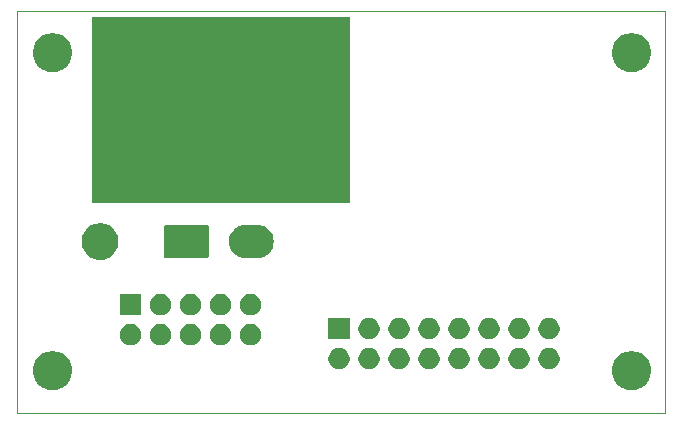
<source format=gbr>
G04 #@! TF.GenerationSoftware,KiCad,Pcbnew,5.1.6-c6e7f7d~86~ubuntu18.04.1*
G04 #@! TF.CreationDate,2020-06-27T17:21:00+01:00*
G04 #@! TF.ProjectId,UV_LED_Driver,55565f4c-4544-45f4-9472-697665722e6b,rev?*
G04 #@! TF.SameCoordinates,Original*
G04 #@! TF.FileFunction,Soldermask,Bot*
G04 #@! TF.FilePolarity,Negative*
%FSLAX46Y46*%
G04 Gerber Fmt 4.6, Leading zero omitted, Abs format (unit mm)*
G04 Created by KiCad (PCBNEW 5.1.6-c6e7f7d~86~ubuntu18.04.1) date 2020-06-27 17:21:00*
%MOMM*%
%LPD*%
G01*
G04 APERTURE LIST*
G04 #@! TA.AperFunction,Profile*
%ADD10C,0.050000*%
G04 #@! TD*
%ADD11C,0.100000*%
G04 APERTURE END LIST*
D10*
X203200000Y-58420000D02*
X203200000Y-92456000D01*
X148336000Y-58420000D02*
X203200000Y-58420000D01*
X148336000Y-92456000D02*
X148336000Y-58420000D01*
X203200000Y-92456000D02*
X148336000Y-92456000D01*
D11*
G36*
X200781256Y-87291298D02*
G01*
X200887579Y-87312447D01*
X201188042Y-87436903D01*
X201458451Y-87617585D01*
X201688415Y-87847549D01*
X201869097Y-88117958D01*
X201869098Y-88117960D01*
X201993553Y-88418422D01*
X202026460Y-88583853D01*
X202057000Y-88737391D01*
X202057000Y-89062609D01*
X201993553Y-89381579D01*
X201869097Y-89682042D01*
X201688415Y-89952451D01*
X201458451Y-90182415D01*
X201188042Y-90363097D01*
X200887579Y-90487553D01*
X200781256Y-90508702D01*
X200568611Y-90551000D01*
X200243389Y-90551000D01*
X200030744Y-90508702D01*
X199924421Y-90487553D01*
X199623958Y-90363097D01*
X199353549Y-90182415D01*
X199123585Y-89952451D01*
X198942903Y-89682042D01*
X198818447Y-89381579D01*
X198755000Y-89062609D01*
X198755000Y-88737391D01*
X198785541Y-88583853D01*
X198818447Y-88418422D01*
X198942902Y-88117960D01*
X198942903Y-88117958D01*
X199123585Y-87847549D01*
X199353549Y-87617585D01*
X199623958Y-87436903D01*
X199924421Y-87312447D01*
X200030744Y-87291298D01*
X200243389Y-87249000D01*
X200568611Y-87249000D01*
X200781256Y-87291298D01*
G37*
G36*
X151759256Y-87291298D02*
G01*
X151865579Y-87312447D01*
X152166042Y-87436903D01*
X152436451Y-87617585D01*
X152666415Y-87847549D01*
X152847097Y-88117958D01*
X152847098Y-88117960D01*
X152971553Y-88418422D01*
X153004460Y-88583853D01*
X153035000Y-88737391D01*
X153035000Y-89062609D01*
X152971553Y-89381579D01*
X152847097Y-89682042D01*
X152666415Y-89952451D01*
X152436451Y-90182415D01*
X152166042Y-90363097D01*
X151865579Y-90487553D01*
X151759256Y-90508702D01*
X151546611Y-90551000D01*
X151221389Y-90551000D01*
X151008744Y-90508702D01*
X150902421Y-90487553D01*
X150601958Y-90363097D01*
X150331549Y-90182415D01*
X150101585Y-89952451D01*
X149920903Y-89682042D01*
X149796447Y-89381579D01*
X149733000Y-89062609D01*
X149733000Y-88737391D01*
X149763541Y-88583853D01*
X149796447Y-88418422D01*
X149920902Y-88117960D01*
X149920903Y-88117958D01*
X150101585Y-87847549D01*
X150331549Y-87617585D01*
X150601958Y-87436903D01*
X150902421Y-87312447D01*
X151008744Y-87291298D01*
X151221389Y-87249000D01*
X151546611Y-87249000D01*
X151759256Y-87291298D01*
G37*
G36*
X188454512Y-86987927D02*
G01*
X188603812Y-87017624D01*
X188767784Y-87085544D01*
X188915354Y-87184147D01*
X189040853Y-87309646D01*
X189139456Y-87457216D01*
X189207376Y-87621188D01*
X189242000Y-87795259D01*
X189242000Y-87972741D01*
X189207376Y-88146812D01*
X189139456Y-88310784D01*
X189040853Y-88458354D01*
X188915354Y-88583853D01*
X188767784Y-88682456D01*
X188603812Y-88750376D01*
X188454512Y-88780073D01*
X188429742Y-88785000D01*
X188252258Y-88785000D01*
X188227488Y-88780073D01*
X188078188Y-88750376D01*
X187914216Y-88682456D01*
X187766646Y-88583853D01*
X187641147Y-88458354D01*
X187542544Y-88310784D01*
X187474624Y-88146812D01*
X187440000Y-87972741D01*
X187440000Y-87795259D01*
X187474624Y-87621188D01*
X187542544Y-87457216D01*
X187641147Y-87309646D01*
X187766646Y-87184147D01*
X187914216Y-87085544D01*
X188078188Y-87017624D01*
X188227488Y-86987927D01*
X188252258Y-86983000D01*
X188429742Y-86983000D01*
X188454512Y-86987927D01*
G37*
G36*
X185914512Y-86987927D02*
G01*
X186063812Y-87017624D01*
X186227784Y-87085544D01*
X186375354Y-87184147D01*
X186500853Y-87309646D01*
X186599456Y-87457216D01*
X186667376Y-87621188D01*
X186702000Y-87795259D01*
X186702000Y-87972741D01*
X186667376Y-88146812D01*
X186599456Y-88310784D01*
X186500853Y-88458354D01*
X186375354Y-88583853D01*
X186227784Y-88682456D01*
X186063812Y-88750376D01*
X185914512Y-88780073D01*
X185889742Y-88785000D01*
X185712258Y-88785000D01*
X185687488Y-88780073D01*
X185538188Y-88750376D01*
X185374216Y-88682456D01*
X185226646Y-88583853D01*
X185101147Y-88458354D01*
X185002544Y-88310784D01*
X184934624Y-88146812D01*
X184900000Y-87972741D01*
X184900000Y-87795259D01*
X184934624Y-87621188D01*
X185002544Y-87457216D01*
X185101147Y-87309646D01*
X185226646Y-87184147D01*
X185374216Y-87085544D01*
X185538188Y-87017624D01*
X185687488Y-86987927D01*
X185712258Y-86983000D01*
X185889742Y-86983000D01*
X185914512Y-86987927D01*
G37*
G36*
X183374512Y-86987927D02*
G01*
X183523812Y-87017624D01*
X183687784Y-87085544D01*
X183835354Y-87184147D01*
X183960853Y-87309646D01*
X184059456Y-87457216D01*
X184127376Y-87621188D01*
X184162000Y-87795259D01*
X184162000Y-87972741D01*
X184127376Y-88146812D01*
X184059456Y-88310784D01*
X183960853Y-88458354D01*
X183835354Y-88583853D01*
X183687784Y-88682456D01*
X183523812Y-88750376D01*
X183374512Y-88780073D01*
X183349742Y-88785000D01*
X183172258Y-88785000D01*
X183147488Y-88780073D01*
X182998188Y-88750376D01*
X182834216Y-88682456D01*
X182686646Y-88583853D01*
X182561147Y-88458354D01*
X182462544Y-88310784D01*
X182394624Y-88146812D01*
X182360000Y-87972741D01*
X182360000Y-87795259D01*
X182394624Y-87621188D01*
X182462544Y-87457216D01*
X182561147Y-87309646D01*
X182686646Y-87184147D01*
X182834216Y-87085544D01*
X182998188Y-87017624D01*
X183147488Y-86987927D01*
X183172258Y-86983000D01*
X183349742Y-86983000D01*
X183374512Y-86987927D01*
G37*
G36*
X175754512Y-86987927D02*
G01*
X175903812Y-87017624D01*
X176067784Y-87085544D01*
X176215354Y-87184147D01*
X176340853Y-87309646D01*
X176439456Y-87457216D01*
X176507376Y-87621188D01*
X176542000Y-87795259D01*
X176542000Y-87972741D01*
X176507376Y-88146812D01*
X176439456Y-88310784D01*
X176340853Y-88458354D01*
X176215354Y-88583853D01*
X176067784Y-88682456D01*
X175903812Y-88750376D01*
X175754512Y-88780073D01*
X175729742Y-88785000D01*
X175552258Y-88785000D01*
X175527488Y-88780073D01*
X175378188Y-88750376D01*
X175214216Y-88682456D01*
X175066646Y-88583853D01*
X174941147Y-88458354D01*
X174842544Y-88310784D01*
X174774624Y-88146812D01*
X174740000Y-87972741D01*
X174740000Y-87795259D01*
X174774624Y-87621188D01*
X174842544Y-87457216D01*
X174941147Y-87309646D01*
X175066646Y-87184147D01*
X175214216Y-87085544D01*
X175378188Y-87017624D01*
X175527488Y-86987927D01*
X175552258Y-86983000D01*
X175729742Y-86983000D01*
X175754512Y-86987927D01*
G37*
G36*
X178294512Y-86987927D02*
G01*
X178443812Y-87017624D01*
X178607784Y-87085544D01*
X178755354Y-87184147D01*
X178880853Y-87309646D01*
X178979456Y-87457216D01*
X179047376Y-87621188D01*
X179082000Y-87795259D01*
X179082000Y-87972741D01*
X179047376Y-88146812D01*
X178979456Y-88310784D01*
X178880853Y-88458354D01*
X178755354Y-88583853D01*
X178607784Y-88682456D01*
X178443812Y-88750376D01*
X178294512Y-88780073D01*
X178269742Y-88785000D01*
X178092258Y-88785000D01*
X178067488Y-88780073D01*
X177918188Y-88750376D01*
X177754216Y-88682456D01*
X177606646Y-88583853D01*
X177481147Y-88458354D01*
X177382544Y-88310784D01*
X177314624Y-88146812D01*
X177280000Y-87972741D01*
X177280000Y-87795259D01*
X177314624Y-87621188D01*
X177382544Y-87457216D01*
X177481147Y-87309646D01*
X177606646Y-87184147D01*
X177754216Y-87085544D01*
X177918188Y-87017624D01*
X178067488Y-86987927D01*
X178092258Y-86983000D01*
X178269742Y-86983000D01*
X178294512Y-86987927D01*
G37*
G36*
X190994512Y-86987927D02*
G01*
X191143812Y-87017624D01*
X191307784Y-87085544D01*
X191455354Y-87184147D01*
X191580853Y-87309646D01*
X191679456Y-87457216D01*
X191747376Y-87621188D01*
X191782000Y-87795259D01*
X191782000Y-87972741D01*
X191747376Y-88146812D01*
X191679456Y-88310784D01*
X191580853Y-88458354D01*
X191455354Y-88583853D01*
X191307784Y-88682456D01*
X191143812Y-88750376D01*
X190994512Y-88780073D01*
X190969742Y-88785000D01*
X190792258Y-88785000D01*
X190767488Y-88780073D01*
X190618188Y-88750376D01*
X190454216Y-88682456D01*
X190306646Y-88583853D01*
X190181147Y-88458354D01*
X190082544Y-88310784D01*
X190014624Y-88146812D01*
X189980000Y-87972741D01*
X189980000Y-87795259D01*
X190014624Y-87621188D01*
X190082544Y-87457216D01*
X190181147Y-87309646D01*
X190306646Y-87184147D01*
X190454216Y-87085544D01*
X190618188Y-87017624D01*
X190767488Y-86987927D01*
X190792258Y-86983000D01*
X190969742Y-86983000D01*
X190994512Y-86987927D01*
G37*
G36*
X180834512Y-86987927D02*
G01*
X180983812Y-87017624D01*
X181147784Y-87085544D01*
X181295354Y-87184147D01*
X181420853Y-87309646D01*
X181519456Y-87457216D01*
X181587376Y-87621188D01*
X181622000Y-87795259D01*
X181622000Y-87972741D01*
X181587376Y-88146812D01*
X181519456Y-88310784D01*
X181420853Y-88458354D01*
X181295354Y-88583853D01*
X181147784Y-88682456D01*
X180983812Y-88750376D01*
X180834512Y-88780073D01*
X180809742Y-88785000D01*
X180632258Y-88785000D01*
X180607488Y-88780073D01*
X180458188Y-88750376D01*
X180294216Y-88682456D01*
X180146646Y-88583853D01*
X180021147Y-88458354D01*
X179922544Y-88310784D01*
X179854624Y-88146812D01*
X179820000Y-87972741D01*
X179820000Y-87795259D01*
X179854624Y-87621188D01*
X179922544Y-87457216D01*
X180021147Y-87309646D01*
X180146646Y-87184147D01*
X180294216Y-87085544D01*
X180458188Y-87017624D01*
X180607488Y-86987927D01*
X180632258Y-86983000D01*
X180809742Y-86983000D01*
X180834512Y-86987927D01*
G37*
G36*
X193534512Y-86987927D02*
G01*
X193683812Y-87017624D01*
X193847784Y-87085544D01*
X193995354Y-87184147D01*
X194120853Y-87309646D01*
X194219456Y-87457216D01*
X194287376Y-87621188D01*
X194322000Y-87795259D01*
X194322000Y-87972741D01*
X194287376Y-88146812D01*
X194219456Y-88310784D01*
X194120853Y-88458354D01*
X193995354Y-88583853D01*
X193847784Y-88682456D01*
X193683812Y-88750376D01*
X193534512Y-88780073D01*
X193509742Y-88785000D01*
X193332258Y-88785000D01*
X193307488Y-88780073D01*
X193158188Y-88750376D01*
X192994216Y-88682456D01*
X192846646Y-88583853D01*
X192721147Y-88458354D01*
X192622544Y-88310784D01*
X192554624Y-88146812D01*
X192520000Y-87972741D01*
X192520000Y-87795259D01*
X192554624Y-87621188D01*
X192622544Y-87457216D01*
X192721147Y-87309646D01*
X192846646Y-87184147D01*
X192994216Y-87085544D01*
X193158188Y-87017624D01*
X193307488Y-86987927D01*
X193332258Y-86983000D01*
X193509742Y-86983000D01*
X193534512Y-86987927D01*
G37*
G36*
X168261512Y-84955927D02*
G01*
X168410812Y-84985624D01*
X168574784Y-85053544D01*
X168722354Y-85152147D01*
X168847853Y-85277646D01*
X168946456Y-85425216D01*
X169014376Y-85589188D01*
X169049000Y-85763259D01*
X169049000Y-85940741D01*
X169014376Y-86114812D01*
X168946456Y-86278784D01*
X168847853Y-86426354D01*
X168722354Y-86551853D01*
X168574784Y-86650456D01*
X168410812Y-86718376D01*
X168261512Y-86748073D01*
X168236742Y-86753000D01*
X168059258Y-86753000D01*
X168034488Y-86748073D01*
X167885188Y-86718376D01*
X167721216Y-86650456D01*
X167573646Y-86551853D01*
X167448147Y-86426354D01*
X167349544Y-86278784D01*
X167281624Y-86114812D01*
X167247000Y-85940741D01*
X167247000Y-85763259D01*
X167281624Y-85589188D01*
X167349544Y-85425216D01*
X167448147Y-85277646D01*
X167573646Y-85152147D01*
X167721216Y-85053544D01*
X167885188Y-84985624D01*
X168034488Y-84955927D01*
X168059258Y-84951000D01*
X168236742Y-84951000D01*
X168261512Y-84955927D01*
G37*
G36*
X165721512Y-84955927D02*
G01*
X165870812Y-84985624D01*
X166034784Y-85053544D01*
X166182354Y-85152147D01*
X166307853Y-85277646D01*
X166406456Y-85425216D01*
X166474376Y-85589188D01*
X166509000Y-85763259D01*
X166509000Y-85940741D01*
X166474376Y-86114812D01*
X166406456Y-86278784D01*
X166307853Y-86426354D01*
X166182354Y-86551853D01*
X166034784Y-86650456D01*
X165870812Y-86718376D01*
X165721512Y-86748073D01*
X165696742Y-86753000D01*
X165519258Y-86753000D01*
X165494488Y-86748073D01*
X165345188Y-86718376D01*
X165181216Y-86650456D01*
X165033646Y-86551853D01*
X164908147Y-86426354D01*
X164809544Y-86278784D01*
X164741624Y-86114812D01*
X164707000Y-85940741D01*
X164707000Y-85763259D01*
X164741624Y-85589188D01*
X164809544Y-85425216D01*
X164908147Y-85277646D01*
X165033646Y-85152147D01*
X165181216Y-85053544D01*
X165345188Y-84985624D01*
X165494488Y-84955927D01*
X165519258Y-84951000D01*
X165696742Y-84951000D01*
X165721512Y-84955927D01*
G37*
G36*
X158101512Y-84955927D02*
G01*
X158250812Y-84985624D01*
X158414784Y-85053544D01*
X158562354Y-85152147D01*
X158687853Y-85277646D01*
X158786456Y-85425216D01*
X158854376Y-85589188D01*
X158889000Y-85763259D01*
X158889000Y-85940741D01*
X158854376Y-86114812D01*
X158786456Y-86278784D01*
X158687853Y-86426354D01*
X158562354Y-86551853D01*
X158414784Y-86650456D01*
X158250812Y-86718376D01*
X158101512Y-86748073D01*
X158076742Y-86753000D01*
X157899258Y-86753000D01*
X157874488Y-86748073D01*
X157725188Y-86718376D01*
X157561216Y-86650456D01*
X157413646Y-86551853D01*
X157288147Y-86426354D01*
X157189544Y-86278784D01*
X157121624Y-86114812D01*
X157087000Y-85940741D01*
X157087000Y-85763259D01*
X157121624Y-85589188D01*
X157189544Y-85425216D01*
X157288147Y-85277646D01*
X157413646Y-85152147D01*
X157561216Y-85053544D01*
X157725188Y-84985624D01*
X157874488Y-84955927D01*
X157899258Y-84951000D01*
X158076742Y-84951000D01*
X158101512Y-84955927D01*
G37*
G36*
X163181512Y-84955927D02*
G01*
X163330812Y-84985624D01*
X163494784Y-85053544D01*
X163642354Y-85152147D01*
X163767853Y-85277646D01*
X163866456Y-85425216D01*
X163934376Y-85589188D01*
X163969000Y-85763259D01*
X163969000Y-85940741D01*
X163934376Y-86114812D01*
X163866456Y-86278784D01*
X163767853Y-86426354D01*
X163642354Y-86551853D01*
X163494784Y-86650456D01*
X163330812Y-86718376D01*
X163181512Y-86748073D01*
X163156742Y-86753000D01*
X162979258Y-86753000D01*
X162954488Y-86748073D01*
X162805188Y-86718376D01*
X162641216Y-86650456D01*
X162493646Y-86551853D01*
X162368147Y-86426354D01*
X162269544Y-86278784D01*
X162201624Y-86114812D01*
X162167000Y-85940741D01*
X162167000Y-85763259D01*
X162201624Y-85589188D01*
X162269544Y-85425216D01*
X162368147Y-85277646D01*
X162493646Y-85152147D01*
X162641216Y-85053544D01*
X162805188Y-84985624D01*
X162954488Y-84955927D01*
X162979258Y-84951000D01*
X163156742Y-84951000D01*
X163181512Y-84955927D01*
G37*
G36*
X160641512Y-84955927D02*
G01*
X160790812Y-84985624D01*
X160954784Y-85053544D01*
X161102354Y-85152147D01*
X161227853Y-85277646D01*
X161326456Y-85425216D01*
X161394376Y-85589188D01*
X161429000Y-85763259D01*
X161429000Y-85940741D01*
X161394376Y-86114812D01*
X161326456Y-86278784D01*
X161227853Y-86426354D01*
X161102354Y-86551853D01*
X160954784Y-86650456D01*
X160790812Y-86718376D01*
X160641512Y-86748073D01*
X160616742Y-86753000D01*
X160439258Y-86753000D01*
X160414488Y-86748073D01*
X160265188Y-86718376D01*
X160101216Y-86650456D01*
X159953646Y-86551853D01*
X159828147Y-86426354D01*
X159729544Y-86278784D01*
X159661624Y-86114812D01*
X159627000Y-85940741D01*
X159627000Y-85763259D01*
X159661624Y-85589188D01*
X159729544Y-85425216D01*
X159828147Y-85277646D01*
X159953646Y-85152147D01*
X160101216Y-85053544D01*
X160265188Y-84985624D01*
X160414488Y-84955927D01*
X160439258Y-84951000D01*
X160616742Y-84951000D01*
X160641512Y-84955927D01*
G37*
G36*
X183374512Y-84447927D02*
G01*
X183523812Y-84477624D01*
X183687784Y-84545544D01*
X183835354Y-84644147D01*
X183960853Y-84769646D01*
X184059456Y-84917216D01*
X184127376Y-85081188D01*
X184162000Y-85255259D01*
X184162000Y-85432741D01*
X184127376Y-85606812D01*
X184059456Y-85770784D01*
X183960853Y-85918354D01*
X183835354Y-86043853D01*
X183687784Y-86142456D01*
X183523812Y-86210376D01*
X183374512Y-86240073D01*
X183349742Y-86245000D01*
X183172258Y-86245000D01*
X183147488Y-86240073D01*
X182998188Y-86210376D01*
X182834216Y-86142456D01*
X182686646Y-86043853D01*
X182561147Y-85918354D01*
X182462544Y-85770784D01*
X182394624Y-85606812D01*
X182360000Y-85432741D01*
X182360000Y-85255259D01*
X182394624Y-85081188D01*
X182462544Y-84917216D01*
X182561147Y-84769646D01*
X182686646Y-84644147D01*
X182834216Y-84545544D01*
X182998188Y-84477624D01*
X183147488Y-84447927D01*
X183172258Y-84443000D01*
X183349742Y-84443000D01*
X183374512Y-84447927D01*
G37*
G36*
X180834512Y-84447927D02*
G01*
X180983812Y-84477624D01*
X181147784Y-84545544D01*
X181295354Y-84644147D01*
X181420853Y-84769646D01*
X181519456Y-84917216D01*
X181587376Y-85081188D01*
X181622000Y-85255259D01*
X181622000Y-85432741D01*
X181587376Y-85606812D01*
X181519456Y-85770784D01*
X181420853Y-85918354D01*
X181295354Y-86043853D01*
X181147784Y-86142456D01*
X180983812Y-86210376D01*
X180834512Y-86240073D01*
X180809742Y-86245000D01*
X180632258Y-86245000D01*
X180607488Y-86240073D01*
X180458188Y-86210376D01*
X180294216Y-86142456D01*
X180146646Y-86043853D01*
X180021147Y-85918354D01*
X179922544Y-85770784D01*
X179854624Y-85606812D01*
X179820000Y-85432741D01*
X179820000Y-85255259D01*
X179854624Y-85081188D01*
X179922544Y-84917216D01*
X180021147Y-84769646D01*
X180146646Y-84644147D01*
X180294216Y-84545544D01*
X180458188Y-84477624D01*
X180607488Y-84447927D01*
X180632258Y-84443000D01*
X180809742Y-84443000D01*
X180834512Y-84447927D01*
G37*
G36*
X176542000Y-86245000D02*
G01*
X174740000Y-86245000D01*
X174740000Y-84443000D01*
X176542000Y-84443000D01*
X176542000Y-86245000D01*
G37*
G36*
X178294512Y-84447927D02*
G01*
X178443812Y-84477624D01*
X178607784Y-84545544D01*
X178755354Y-84644147D01*
X178880853Y-84769646D01*
X178979456Y-84917216D01*
X179047376Y-85081188D01*
X179082000Y-85255259D01*
X179082000Y-85432741D01*
X179047376Y-85606812D01*
X178979456Y-85770784D01*
X178880853Y-85918354D01*
X178755354Y-86043853D01*
X178607784Y-86142456D01*
X178443812Y-86210376D01*
X178294512Y-86240073D01*
X178269742Y-86245000D01*
X178092258Y-86245000D01*
X178067488Y-86240073D01*
X177918188Y-86210376D01*
X177754216Y-86142456D01*
X177606646Y-86043853D01*
X177481147Y-85918354D01*
X177382544Y-85770784D01*
X177314624Y-85606812D01*
X177280000Y-85432741D01*
X177280000Y-85255259D01*
X177314624Y-85081188D01*
X177382544Y-84917216D01*
X177481147Y-84769646D01*
X177606646Y-84644147D01*
X177754216Y-84545544D01*
X177918188Y-84477624D01*
X178067488Y-84447927D01*
X178092258Y-84443000D01*
X178269742Y-84443000D01*
X178294512Y-84447927D01*
G37*
G36*
X190994512Y-84447927D02*
G01*
X191143812Y-84477624D01*
X191307784Y-84545544D01*
X191455354Y-84644147D01*
X191580853Y-84769646D01*
X191679456Y-84917216D01*
X191747376Y-85081188D01*
X191782000Y-85255259D01*
X191782000Y-85432741D01*
X191747376Y-85606812D01*
X191679456Y-85770784D01*
X191580853Y-85918354D01*
X191455354Y-86043853D01*
X191307784Y-86142456D01*
X191143812Y-86210376D01*
X190994512Y-86240073D01*
X190969742Y-86245000D01*
X190792258Y-86245000D01*
X190767488Y-86240073D01*
X190618188Y-86210376D01*
X190454216Y-86142456D01*
X190306646Y-86043853D01*
X190181147Y-85918354D01*
X190082544Y-85770784D01*
X190014624Y-85606812D01*
X189980000Y-85432741D01*
X189980000Y-85255259D01*
X190014624Y-85081188D01*
X190082544Y-84917216D01*
X190181147Y-84769646D01*
X190306646Y-84644147D01*
X190454216Y-84545544D01*
X190618188Y-84477624D01*
X190767488Y-84447927D01*
X190792258Y-84443000D01*
X190969742Y-84443000D01*
X190994512Y-84447927D01*
G37*
G36*
X193534512Y-84447927D02*
G01*
X193683812Y-84477624D01*
X193847784Y-84545544D01*
X193995354Y-84644147D01*
X194120853Y-84769646D01*
X194219456Y-84917216D01*
X194287376Y-85081188D01*
X194322000Y-85255259D01*
X194322000Y-85432741D01*
X194287376Y-85606812D01*
X194219456Y-85770784D01*
X194120853Y-85918354D01*
X193995354Y-86043853D01*
X193847784Y-86142456D01*
X193683812Y-86210376D01*
X193534512Y-86240073D01*
X193509742Y-86245000D01*
X193332258Y-86245000D01*
X193307488Y-86240073D01*
X193158188Y-86210376D01*
X192994216Y-86142456D01*
X192846646Y-86043853D01*
X192721147Y-85918354D01*
X192622544Y-85770784D01*
X192554624Y-85606812D01*
X192520000Y-85432741D01*
X192520000Y-85255259D01*
X192554624Y-85081188D01*
X192622544Y-84917216D01*
X192721147Y-84769646D01*
X192846646Y-84644147D01*
X192994216Y-84545544D01*
X193158188Y-84477624D01*
X193307488Y-84447927D01*
X193332258Y-84443000D01*
X193509742Y-84443000D01*
X193534512Y-84447927D01*
G37*
G36*
X188454512Y-84447927D02*
G01*
X188603812Y-84477624D01*
X188767784Y-84545544D01*
X188915354Y-84644147D01*
X189040853Y-84769646D01*
X189139456Y-84917216D01*
X189207376Y-85081188D01*
X189242000Y-85255259D01*
X189242000Y-85432741D01*
X189207376Y-85606812D01*
X189139456Y-85770784D01*
X189040853Y-85918354D01*
X188915354Y-86043853D01*
X188767784Y-86142456D01*
X188603812Y-86210376D01*
X188454512Y-86240073D01*
X188429742Y-86245000D01*
X188252258Y-86245000D01*
X188227488Y-86240073D01*
X188078188Y-86210376D01*
X187914216Y-86142456D01*
X187766646Y-86043853D01*
X187641147Y-85918354D01*
X187542544Y-85770784D01*
X187474624Y-85606812D01*
X187440000Y-85432741D01*
X187440000Y-85255259D01*
X187474624Y-85081188D01*
X187542544Y-84917216D01*
X187641147Y-84769646D01*
X187766646Y-84644147D01*
X187914216Y-84545544D01*
X188078188Y-84477624D01*
X188227488Y-84447927D01*
X188252258Y-84443000D01*
X188429742Y-84443000D01*
X188454512Y-84447927D01*
G37*
G36*
X185914512Y-84447927D02*
G01*
X186063812Y-84477624D01*
X186227784Y-84545544D01*
X186375354Y-84644147D01*
X186500853Y-84769646D01*
X186599456Y-84917216D01*
X186667376Y-85081188D01*
X186702000Y-85255259D01*
X186702000Y-85432741D01*
X186667376Y-85606812D01*
X186599456Y-85770784D01*
X186500853Y-85918354D01*
X186375354Y-86043853D01*
X186227784Y-86142456D01*
X186063812Y-86210376D01*
X185914512Y-86240073D01*
X185889742Y-86245000D01*
X185712258Y-86245000D01*
X185687488Y-86240073D01*
X185538188Y-86210376D01*
X185374216Y-86142456D01*
X185226646Y-86043853D01*
X185101147Y-85918354D01*
X185002544Y-85770784D01*
X184934624Y-85606812D01*
X184900000Y-85432741D01*
X184900000Y-85255259D01*
X184934624Y-85081188D01*
X185002544Y-84917216D01*
X185101147Y-84769646D01*
X185226646Y-84644147D01*
X185374216Y-84545544D01*
X185538188Y-84477624D01*
X185687488Y-84447927D01*
X185712258Y-84443000D01*
X185889742Y-84443000D01*
X185914512Y-84447927D01*
G37*
G36*
X163181512Y-82415927D02*
G01*
X163330812Y-82445624D01*
X163494784Y-82513544D01*
X163642354Y-82612147D01*
X163767853Y-82737646D01*
X163866456Y-82885216D01*
X163934376Y-83049188D01*
X163969000Y-83223259D01*
X163969000Y-83400741D01*
X163934376Y-83574812D01*
X163866456Y-83738784D01*
X163767853Y-83886354D01*
X163642354Y-84011853D01*
X163494784Y-84110456D01*
X163330812Y-84178376D01*
X163181512Y-84208073D01*
X163156742Y-84213000D01*
X162979258Y-84213000D01*
X162954488Y-84208073D01*
X162805188Y-84178376D01*
X162641216Y-84110456D01*
X162493646Y-84011853D01*
X162368147Y-83886354D01*
X162269544Y-83738784D01*
X162201624Y-83574812D01*
X162167000Y-83400741D01*
X162167000Y-83223259D01*
X162201624Y-83049188D01*
X162269544Y-82885216D01*
X162368147Y-82737646D01*
X162493646Y-82612147D01*
X162641216Y-82513544D01*
X162805188Y-82445624D01*
X162954488Y-82415927D01*
X162979258Y-82411000D01*
X163156742Y-82411000D01*
X163181512Y-82415927D01*
G37*
G36*
X158889000Y-84213000D02*
G01*
X157087000Y-84213000D01*
X157087000Y-82411000D01*
X158889000Y-82411000D01*
X158889000Y-84213000D01*
G37*
G36*
X160641512Y-82415927D02*
G01*
X160790812Y-82445624D01*
X160954784Y-82513544D01*
X161102354Y-82612147D01*
X161227853Y-82737646D01*
X161326456Y-82885216D01*
X161394376Y-83049188D01*
X161429000Y-83223259D01*
X161429000Y-83400741D01*
X161394376Y-83574812D01*
X161326456Y-83738784D01*
X161227853Y-83886354D01*
X161102354Y-84011853D01*
X160954784Y-84110456D01*
X160790812Y-84178376D01*
X160641512Y-84208073D01*
X160616742Y-84213000D01*
X160439258Y-84213000D01*
X160414488Y-84208073D01*
X160265188Y-84178376D01*
X160101216Y-84110456D01*
X159953646Y-84011853D01*
X159828147Y-83886354D01*
X159729544Y-83738784D01*
X159661624Y-83574812D01*
X159627000Y-83400741D01*
X159627000Y-83223259D01*
X159661624Y-83049188D01*
X159729544Y-82885216D01*
X159828147Y-82737646D01*
X159953646Y-82612147D01*
X160101216Y-82513544D01*
X160265188Y-82445624D01*
X160414488Y-82415927D01*
X160439258Y-82411000D01*
X160616742Y-82411000D01*
X160641512Y-82415927D01*
G37*
G36*
X165721512Y-82415927D02*
G01*
X165870812Y-82445624D01*
X166034784Y-82513544D01*
X166182354Y-82612147D01*
X166307853Y-82737646D01*
X166406456Y-82885216D01*
X166474376Y-83049188D01*
X166509000Y-83223259D01*
X166509000Y-83400741D01*
X166474376Y-83574812D01*
X166406456Y-83738784D01*
X166307853Y-83886354D01*
X166182354Y-84011853D01*
X166034784Y-84110456D01*
X165870812Y-84178376D01*
X165721512Y-84208073D01*
X165696742Y-84213000D01*
X165519258Y-84213000D01*
X165494488Y-84208073D01*
X165345188Y-84178376D01*
X165181216Y-84110456D01*
X165033646Y-84011853D01*
X164908147Y-83886354D01*
X164809544Y-83738784D01*
X164741624Y-83574812D01*
X164707000Y-83400741D01*
X164707000Y-83223259D01*
X164741624Y-83049188D01*
X164809544Y-82885216D01*
X164908147Y-82737646D01*
X165033646Y-82612147D01*
X165181216Y-82513544D01*
X165345188Y-82445624D01*
X165494488Y-82415927D01*
X165519258Y-82411000D01*
X165696742Y-82411000D01*
X165721512Y-82415927D01*
G37*
G36*
X168261512Y-82415927D02*
G01*
X168410812Y-82445624D01*
X168574784Y-82513544D01*
X168722354Y-82612147D01*
X168847853Y-82737646D01*
X168946456Y-82885216D01*
X169014376Y-83049188D01*
X169049000Y-83223259D01*
X169049000Y-83400741D01*
X169014376Y-83574812D01*
X168946456Y-83738784D01*
X168847853Y-83886354D01*
X168722354Y-84011853D01*
X168574784Y-84110456D01*
X168410812Y-84178376D01*
X168261512Y-84208073D01*
X168236742Y-84213000D01*
X168059258Y-84213000D01*
X168034488Y-84208073D01*
X167885188Y-84178376D01*
X167721216Y-84110456D01*
X167573646Y-84011853D01*
X167448147Y-83886354D01*
X167349544Y-83738784D01*
X167281624Y-83574812D01*
X167247000Y-83400741D01*
X167247000Y-83223259D01*
X167281624Y-83049188D01*
X167349544Y-82885216D01*
X167448147Y-82737646D01*
X167573646Y-82612147D01*
X167721216Y-82513544D01*
X167885188Y-82445624D01*
X168034488Y-82415927D01*
X168059258Y-82411000D01*
X168236742Y-82411000D01*
X168261512Y-82415927D01*
G37*
G36*
X155714985Y-76456802D02*
G01*
X155864810Y-76486604D01*
X156147074Y-76603521D01*
X156401105Y-76773259D01*
X156617141Y-76989295D01*
X156786879Y-77243326D01*
X156903796Y-77525590D01*
X156963400Y-77825240D01*
X156963400Y-78130760D01*
X156903796Y-78430410D01*
X156786879Y-78712674D01*
X156617141Y-78966705D01*
X156401105Y-79182741D01*
X156147074Y-79352479D01*
X155864810Y-79469396D01*
X155714985Y-79499198D01*
X155565161Y-79529000D01*
X155259639Y-79529000D01*
X155109815Y-79499198D01*
X154959990Y-79469396D01*
X154677726Y-79352479D01*
X154423695Y-79182741D01*
X154207659Y-78966705D01*
X154037921Y-78712674D01*
X153921004Y-78430410D01*
X153861400Y-78130760D01*
X153861400Y-77825240D01*
X153921004Y-77525590D01*
X154037921Y-77243326D01*
X154207659Y-76989295D01*
X154423695Y-76773259D01*
X154677726Y-76603521D01*
X154959990Y-76486604D01*
X155109815Y-76456802D01*
X155259639Y-76427000D01*
X155565161Y-76427000D01*
X155714985Y-76456802D01*
G37*
G36*
X164486431Y-76580621D02*
G01*
X164515886Y-76589556D01*
X164543023Y-76604062D01*
X164566814Y-76623586D01*
X164586338Y-76647377D01*
X164600844Y-76674514D01*
X164609779Y-76703969D01*
X164613400Y-76740734D01*
X164613400Y-79215266D01*
X164609779Y-79252031D01*
X164600844Y-79281486D01*
X164586338Y-79308623D01*
X164566814Y-79332414D01*
X164543023Y-79351938D01*
X164515886Y-79366444D01*
X164486431Y-79375379D01*
X164449666Y-79379000D01*
X160975134Y-79379000D01*
X160938369Y-79375379D01*
X160908914Y-79366444D01*
X160881777Y-79351938D01*
X160857986Y-79332414D01*
X160838462Y-79308623D01*
X160823956Y-79281486D01*
X160815021Y-79252031D01*
X160811400Y-79215266D01*
X160811400Y-76740734D01*
X160815021Y-76703969D01*
X160823956Y-76674514D01*
X160838462Y-76647377D01*
X160857986Y-76623586D01*
X160881777Y-76604062D01*
X160908914Y-76589556D01*
X160938369Y-76580621D01*
X160975134Y-76577000D01*
X164449666Y-76577000D01*
X164486431Y-76580621D01*
G37*
G36*
X168884131Y-76587136D02*
G01*
X168987044Y-76597272D01*
X169182417Y-76656538D01*
X169251137Y-76677384D01*
X169430506Y-76773259D01*
X169494520Y-76807475D01*
X169550091Y-76853082D01*
X169707850Y-76982550D01*
X169837318Y-77140309D01*
X169882925Y-77195880D01*
X169882926Y-77195882D01*
X170013016Y-77439263D01*
X170013017Y-77439267D01*
X170093128Y-77703356D01*
X170120178Y-77978000D01*
X170093128Y-78252644D01*
X170039203Y-78430409D01*
X170013016Y-78516737D01*
X169908286Y-78712672D01*
X169882925Y-78760120D01*
X169837318Y-78815691D01*
X169707850Y-78973450D01*
X169550091Y-79102918D01*
X169494520Y-79148525D01*
X169494518Y-79148526D01*
X169251137Y-79278616D01*
X169182417Y-79299462D01*
X168987044Y-79358728D01*
X168884131Y-79368864D01*
X168781220Y-79379000D01*
X167643580Y-79379000D01*
X167540669Y-79368864D01*
X167437756Y-79358728D01*
X167242383Y-79299462D01*
X167173663Y-79278616D01*
X166930282Y-79148526D01*
X166930280Y-79148525D01*
X166874709Y-79102918D01*
X166716950Y-78973450D01*
X166587482Y-78815691D01*
X166541875Y-78760120D01*
X166516514Y-78712672D01*
X166411784Y-78516737D01*
X166385597Y-78430409D01*
X166331672Y-78252644D01*
X166304622Y-77978000D01*
X166331672Y-77703356D01*
X166411783Y-77439267D01*
X166411784Y-77439263D01*
X166541874Y-77195882D01*
X166541875Y-77195880D01*
X166587482Y-77140309D01*
X166716950Y-76982550D01*
X166874709Y-76853082D01*
X166930280Y-76807475D01*
X166994294Y-76773259D01*
X167173663Y-76677384D01*
X167242383Y-76656538D01*
X167437756Y-76597272D01*
X167540669Y-76587136D01*
X167643580Y-76577000D01*
X168781220Y-76577000D01*
X168884131Y-76587136D01*
G37*
G36*
X176530000Y-74676000D02*
G01*
X154686000Y-74676000D01*
X154686000Y-58928000D01*
X176530000Y-58928000D01*
X176530000Y-74676000D01*
G37*
G36*
X200781256Y-60367298D02*
G01*
X200887579Y-60388447D01*
X201188042Y-60512903D01*
X201458451Y-60693585D01*
X201688415Y-60923549D01*
X201869097Y-61193958D01*
X201993553Y-61494421D01*
X202057000Y-61813391D01*
X202057000Y-62138609D01*
X201993553Y-62457579D01*
X201869097Y-62758042D01*
X201688415Y-63028451D01*
X201458451Y-63258415D01*
X201188042Y-63439097D01*
X200887579Y-63563553D01*
X200781256Y-63584702D01*
X200568611Y-63627000D01*
X200243389Y-63627000D01*
X200030744Y-63584702D01*
X199924421Y-63563553D01*
X199623958Y-63439097D01*
X199353549Y-63258415D01*
X199123585Y-63028451D01*
X198942903Y-62758042D01*
X198818447Y-62457579D01*
X198755000Y-62138609D01*
X198755000Y-61813391D01*
X198818447Y-61494421D01*
X198942903Y-61193958D01*
X199123585Y-60923549D01*
X199353549Y-60693585D01*
X199623958Y-60512903D01*
X199924421Y-60388447D01*
X200030744Y-60367298D01*
X200243389Y-60325000D01*
X200568611Y-60325000D01*
X200781256Y-60367298D01*
G37*
G36*
X151759256Y-60367298D02*
G01*
X151865579Y-60388447D01*
X152166042Y-60512903D01*
X152436451Y-60693585D01*
X152666415Y-60923549D01*
X152847097Y-61193958D01*
X152971553Y-61494421D01*
X153035000Y-61813391D01*
X153035000Y-62138609D01*
X152971553Y-62457579D01*
X152847097Y-62758042D01*
X152666415Y-63028451D01*
X152436451Y-63258415D01*
X152166042Y-63439097D01*
X151865579Y-63563553D01*
X151759256Y-63584702D01*
X151546611Y-63627000D01*
X151221389Y-63627000D01*
X151008744Y-63584702D01*
X150902421Y-63563553D01*
X150601958Y-63439097D01*
X150331549Y-63258415D01*
X150101585Y-63028451D01*
X149920903Y-62758042D01*
X149796447Y-62457579D01*
X149733000Y-62138609D01*
X149733000Y-61813391D01*
X149796447Y-61494421D01*
X149920903Y-61193958D01*
X150101585Y-60923549D01*
X150331549Y-60693585D01*
X150601958Y-60512903D01*
X150902421Y-60388447D01*
X151008744Y-60367298D01*
X151221389Y-60325000D01*
X151546611Y-60325000D01*
X151759256Y-60367298D01*
G37*
M02*

</source>
